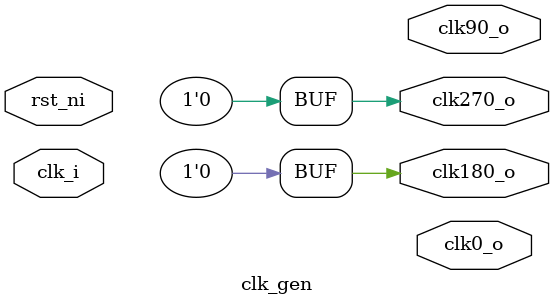
<source format=sv>
`timescale 1ns / 1ps


module clk_gen (
    input  logic clk_i,     // input clock
    input  logic rst_ni,
    output logic clk0_o,    // have the input clock - 0deg phase shift
    output logic clk90_o,   // have the input clock - 90deg phase shift
    output logic clk180_o,  // have the input clock - 180deg phase shift
    output logic clk270_o   // have the input clock - 270deg phase shift
);


    assign clk180_o = 1'b0;
    assign clk270_o = 1'b0;

endmodule

</source>
